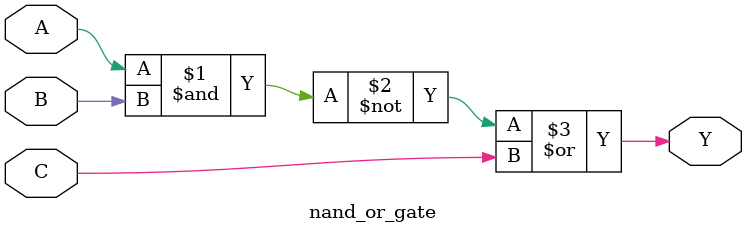
<source format=sv>
module nand_or_gate (
    input wire A, B, C,   // 输入A, B, C
    output wire Y         // 输出Y
);
    assign Y = ~(A & B) | C;  // 与非和或组合
endmodule

</source>
